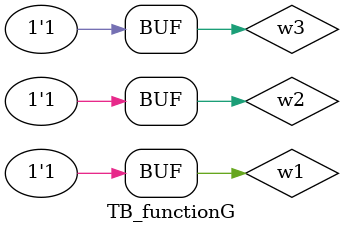
<source format=sv>
`timescale 1ns / 1ps
module TB_functionG;
    reg w1,w2,w3;
    wire g;
    
functionG uut(.w1(w1), .w2(w2), .w3(w3), .g(g));

initial begin
#100 w1=0; w2=0; w3=0;
#100 w1=0; w2=0; w3=1;
#100 w1=0; w2=1; w3=0;
#100 w1=0; w2=1; w3=1;
#100 w1=1; w2=0; w3=0;
#100 w1=1; w2=0; w3=1;
#100 w1=1; w2=1; w3=0;
#100 w1=1; w2=1; w3=1;
end
endmodule

</source>
